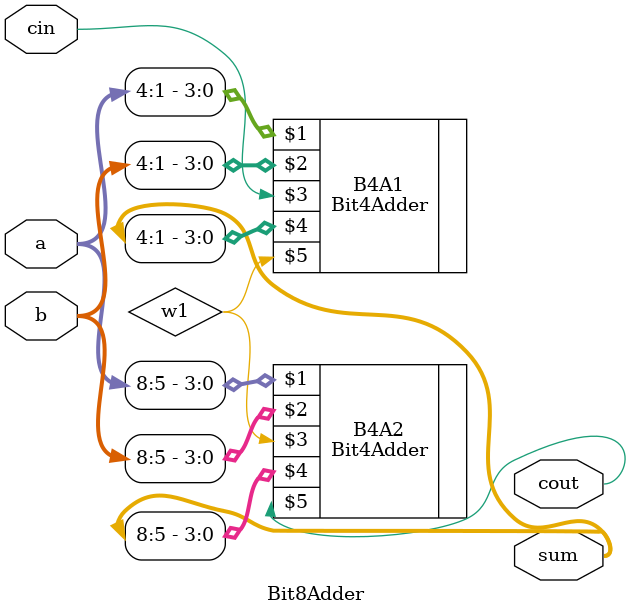
<source format=v>
`include "4BitAdder.v"

module Bit8Adder (a, b, cin, sum, cout);
input[8:1] a, b;
input cin;
output[8:1] sum;
output cout;

	wire w1;

	Bit4Adder B4A1 (a[4:1], b[4:1], cin, sum[4:1], w1);
	Bit4Adder B4A2 (a[8:5], b[8:5], w1, sum[8:5], cout);

endmodule

</source>
